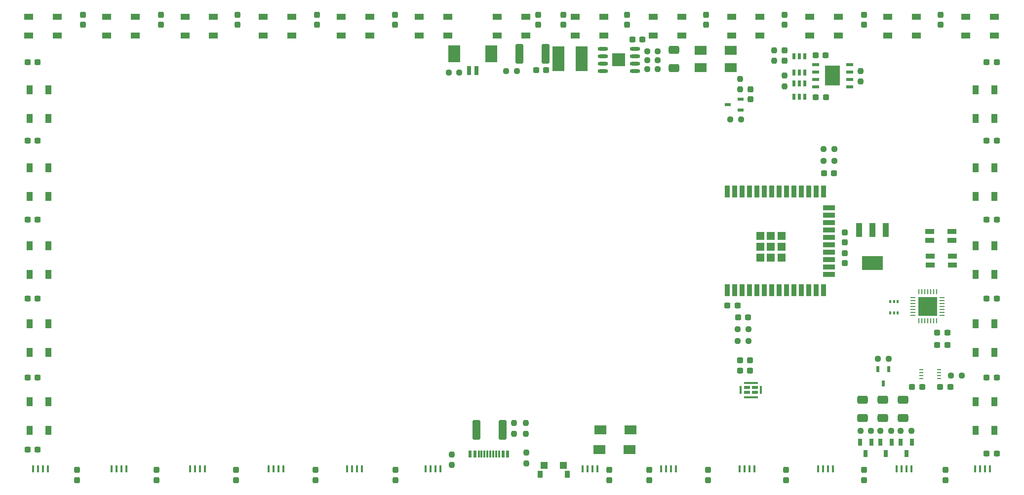
<source format=gbr>
%TF.GenerationSoftware,KiCad,Pcbnew,(6.0.6-0)*%
%TF.CreationDate,2022-08-06T22:16:54+02:00*%
%TF.ProjectId,GlowSignMainPCB,476c6f77-5369-4676-9e4d-61696e504342,rev?*%
%TF.SameCoordinates,Original*%
%TF.FileFunction,Paste,Top*%
%TF.FilePolarity,Positive*%
%FSLAX46Y46*%
G04 Gerber Fmt 4.6, Leading zero omitted, Abs format (unit mm)*
G04 Created by KiCad (PCBNEW (6.0.6-0)) date 2022-08-06 22:16:54*
%MOMM*%
%LPD*%
G01*
G04 APERTURE LIST*
G04 Aperture macros list*
%AMRoundRect*
0 Rectangle with rounded corners*
0 $1 Rounding radius*
0 $2 $3 $4 $5 $6 $7 $8 $9 X,Y pos of 4 corners*
0 Add a 4 corners polygon primitive as box body*
4,1,4,$2,$3,$4,$5,$6,$7,$8,$9,$2,$3,0*
0 Add four circle primitives for the rounded corners*
1,1,$1+$1,$2,$3*
1,1,$1+$1,$4,$5*
1,1,$1+$1,$6,$7*
1,1,$1+$1,$8,$9*
0 Add four rect primitives between the rounded corners*
20,1,$1+$1,$2,$3,$4,$5,0*
20,1,$1+$1,$4,$5,$6,$7,0*
20,1,$1+$1,$6,$7,$8,$9,0*
20,1,$1+$1,$8,$9,$2,$3,0*%
G04 Aperture macros list end*
%ADD10RoundRect,0.237500X-0.237500X0.300000X-0.237500X-0.300000X0.237500X-0.300000X0.237500X0.300000X0*%
%ADD11RoundRect,0.237500X-0.250000X-0.237500X0.250000X-0.237500X0.250000X0.237500X-0.250000X0.237500X0*%
%ADD12RoundRect,0.250000X0.650000X-0.412500X0.650000X0.412500X-0.650000X0.412500X-0.650000X-0.412500X0*%
%ADD13R,0.900000X2.000000*%
%ADD14R,2.000000X0.900000*%
%ADD15R,1.330000X1.330000*%
%ADD16RoundRect,0.237500X0.237500X-0.250000X0.237500X0.250000X-0.237500X0.250000X-0.237500X-0.250000X0*%
%ADD17R,1.500000X1.000000*%
%ADD18RoundRect,0.237500X0.237500X-0.300000X0.237500X0.300000X-0.237500X0.300000X-0.237500X-0.300000X0*%
%ADD19RoundRect,0.237500X-0.300000X-0.237500X0.300000X-0.237500X0.300000X0.237500X-0.300000X0.237500X0*%
%ADD20R,2.046380X1.620015*%
%ADD21RoundRect,0.237500X-0.237500X0.250000X-0.237500X-0.250000X0.237500X-0.250000X0.237500X0.250000X0*%
%ADD22RoundRect,0.250000X-0.400000X-1.450000X0.400000X-1.450000X0.400000X1.450000X-0.400000X1.450000X0*%
%ADD23RoundRect,0.250000X0.400000X1.450000X-0.400000X1.450000X-0.400000X-1.450000X0.400000X-1.450000X0*%
%ADD24R,1.000000X1.500000*%
%ADD25R,0.419990X1.300000*%
%ADD26R,0.900000X1.200000*%
%ADD27R,1.200000X1.300000*%
%ADD28RoundRect,0.237500X0.250000X0.237500X-0.250000X0.237500X-0.250000X-0.237500X0.250000X-0.237500X0*%
%ADD29O,1.800000X0.600000*%
%ADD30R,2.289992X2.289992*%
%ADD31RoundRect,0.237500X0.300000X0.237500X-0.300000X0.237500X-0.300000X-0.237500X0.300000X-0.237500X0*%
%ADD32R,0.600000X1.070003*%
%ADD33R,0.280010X0.900000*%
%ADD34R,0.900000X0.280010*%
%ADD35R,3.300000X3.300000*%
%ADD36R,1.200000X0.600000*%
%ADD37R,2.500000X3.499873*%
%ADD38O,0.750013X0.250013*%
%ADD39R,0.700000X1.250013*%
%ADD40R,0.980010X2.470003*%
%ADD41R,3.600000X2.470003*%
%ADD42R,1.500000X0.900000*%
%ADD43R,0.419990X0.600000*%
%ADD44R,0.600000X1.300000*%
%ADD45R,0.300000X1.300000*%
%ADD46R,0.532004X1.072009*%
%ADD47RoundRect,0.250000X-0.650000X0.412500X-0.650000X-0.412500X0.650000X-0.412500X0.650000X0.412500X0*%
%ADD48R,0.550013X1.000000*%
%ADD49R,1.050013X0.550013*%
%ADD50R,0.450013X1.400000*%
%ADD51R,2.400000X0.450013*%
%ADD52R,1.037490X0.532004*%
%ADD53R,2.124003X4.220015*%
%ADD54R,2.100000X3.000000*%
%ADD55R,0.800000X1.600000*%
G04 APERTURE END LIST*
D10*
%TO.C,C30*%
X155651200Y-60605500D03*
X155651200Y-62330500D03*
%TD*%
D11*
%TO.C,R22*%
X174347500Y-68427600D03*
X176172500Y-68427600D03*
%TD*%
D10*
%TO.C,C24*%
X224688400Y-60605500D03*
X224688400Y-62330500D03*
%TD*%
D12*
%TO.C,C56*%
X211328000Y-129832500D03*
X211328000Y-126707500D03*
%TD*%
D13*
%TO.C,U4*%
X188065900Y-107922500D03*
X189335900Y-107922500D03*
X190605900Y-107922500D03*
X191875900Y-107922500D03*
X193145900Y-107922500D03*
X194415900Y-107922500D03*
X195685900Y-107922500D03*
X196955900Y-107922500D03*
X198225900Y-107922500D03*
X199495900Y-107922500D03*
X200765900Y-107922500D03*
X202035900Y-107922500D03*
X203305900Y-107922500D03*
X204575900Y-107922500D03*
D14*
X205575900Y-105137500D03*
X205575900Y-103867500D03*
X205575900Y-102597500D03*
X205575900Y-101327500D03*
X205575900Y-100057500D03*
X205575900Y-98787500D03*
X205575900Y-97517500D03*
X205575900Y-96247500D03*
X205575900Y-94977500D03*
X205575900Y-93707500D03*
D13*
X204575900Y-90922500D03*
X203305900Y-90922500D03*
X202035900Y-90922500D03*
X200765900Y-90922500D03*
X199495900Y-90922500D03*
X198225900Y-90922500D03*
X196955900Y-90922500D03*
X195685900Y-90922500D03*
X194415900Y-90922500D03*
X193145900Y-90922500D03*
X191875900Y-90922500D03*
X190605900Y-90922500D03*
X189335900Y-90922500D03*
X188065900Y-90922500D03*
D15*
X193730900Y-102257500D03*
X195565900Y-100422500D03*
X193730900Y-98587500D03*
X197400900Y-102257500D03*
X197400900Y-98587500D03*
X197400900Y-100422500D03*
X195565900Y-102257500D03*
X193730900Y-100422500D03*
X195565900Y-98587500D03*
%TD*%
D16*
%TO.C,R14*%
X210989106Y-72077101D03*
X210989106Y-70252101D03*
%TD*%
D17*
%TO.C,D17*%
X108482750Y-60961100D03*
X108482750Y-64161100D03*
X113382750Y-64161100D03*
X113382750Y-60961100D03*
%TD*%
%TO.C,D11*%
X188819450Y-60961100D03*
X188819450Y-64161100D03*
X193719450Y-64161100D03*
X193719450Y-60961100D03*
%TD*%
D18*
%TO.C,C47*%
X167894000Y-140460900D03*
X167894000Y-138735900D03*
%TD*%
D19*
%TO.C,C54*%
X224622720Y-124496537D03*
X226347720Y-124496537D03*
%TD*%
D20*
%TO.C,U6*%
X188696631Y-69697600D03*
X183565820Y-69697600D03*
%TD*%
D10*
%TO.C,C25*%
X211531200Y-60605500D03*
X211531200Y-62330500D03*
%TD*%
D21*
%TO.C,R16*%
X190334213Y-71629900D03*
X190334213Y-73454900D03*
%TD*%
D22*
%TO.C,F2*%
X152461000Y-67362700D03*
X156911000Y-67362700D03*
%TD*%
D17*
%TO.C,D14*%
X148651100Y-60961100D03*
X148651100Y-64161100D03*
X153551100Y-64161100D03*
X153551100Y-60961100D03*
%TD*%
D11*
%TO.C,R19*%
X213920700Y-119684800D03*
X215745700Y-119684800D03*
%TD*%
D17*
%TO.C,D8*%
X228987800Y-60961100D03*
X228987800Y-64161100D03*
X233887800Y-64161100D03*
X233887800Y-60961100D03*
%TD*%
D23*
%TO.C,F1*%
X149545000Y-131876800D03*
X145095000Y-131876800D03*
%TD*%
D24*
%TO.C,D3*%
X233910800Y-127056100D03*
X230710800Y-127056100D03*
X230710800Y-131956100D03*
X233910800Y-131956100D03*
%TD*%
D25*
%TO.C,D28*%
X95956244Y-138494400D03*
X96806130Y-138494400D03*
X97656270Y-138494400D03*
X98506156Y-138494400D03*
%TD*%
D26*
%TO.C,SW3*%
X160643575Y-139475768D03*
X156043625Y-139475768D03*
D27*
X160018479Y-137925857D03*
X156668467Y-137925857D03*
%TD*%
D17*
%TO.C,D18*%
X95093300Y-60961100D03*
X95093300Y-64161100D03*
X99993300Y-64161100D03*
X99993300Y-60961100D03*
%TD*%
D21*
%TO.C,R2*%
X140817600Y-136044300D03*
X140817600Y-137869300D03*
%TD*%
D28*
%TO.C,R20*%
X216202900Y-131978400D03*
X214377900Y-131978400D03*
%TD*%
D29*
%TO.C,U5*%
X166737437Y-66443202D03*
X166737437Y-67713205D03*
X166737437Y-68983207D03*
X166737437Y-70253210D03*
X172282269Y-70253210D03*
X172282269Y-68983207D03*
X172282269Y-67713205D03*
X172282269Y-66443202D03*
D30*
X169509853Y-68348206D03*
%TD*%
D19*
%TO.C,C41*%
X68122800Y-135229600D03*
X69847800Y-135229600D03*
%TD*%
D10*
%TO.C,C7*%
X208280000Y-101499500D03*
X208280000Y-103224500D03*
%TD*%
D17*
%TO.C,D20*%
X68314400Y-60961100D03*
X68314400Y-64161100D03*
X73214400Y-64161100D03*
X73214400Y-60961100D03*
%TD*%
D28*
%TO.C,R18*%
X219657300Y-131978400D03*
X217832300Y-131978400D03*
%TD*%
D19*
%TO.C,C37*%
X68122800Y-82270600D03*
X69847800Y-82270600D03*
%TD*%
D31*
%TO.C,C12*%
X157021700Y-70104000D03*
X155296700Y-70104000D03*
%TD*%
D17*
%TO.C,D12*%
X175430000Y-60961100D03*
X175430000Y-64161100D03*
X180330000Y-64161100D03*
X180330000Y-60961100D03*
%TD*%
D11*
%TO.C,R17*%
X174345600Y-66903600D03*
X176170600Y-66903600D03*
%TD*%
D32*
%TO.C,U12*%
X215783162Y-121446923D03*
X213883238Y-121446923D03*
X214833200Y-123917077D03*
%TD*%
D33*
%TO.C,U7*%
X220951930Y-113170479D03*
X221452311Y-113170479D03*
X221952692Y-113170479D03*
X222453073Y-113170479D03*
X222953454Y-113170479D03*
X223453835Y-113170479D03*
X223954216Y-113170479D03*
D34*
X224953200Y-112171749D03*
X224953200Y-111671368D03*
X224953200Y-111170987D03*
X224953200Y-110670606D03*
X224953200Y-110170225D03*
X224953200Y-109669844D03*
X224953200Y-109169463D03*
D33*
X223954216Y-108170479D03*
X223453835Y-108170479D03*
X222953454Y-108170479D03*
X222453073Y-108170479D03*
X221952692Y-108170479D03*
X221452311Y-108170479D03*
X220951930Y-108170479D03*
D34*
X219953200Y-109169463D03*
X219953200Y-109669844D03*
X219953200Y-110170225D03*
X219953200Y-110670606D03*
X219953200Y-111170987D03*
X219953200Y-111671368D03*
X219953200Y-112171749D03*
D35*
X222453073Y-110670606D03*
%TD*%
D17*
%TO.C,D10*%
X202208900Y-60961100D03*
X202208900Y-64161100D03*
X207108900Y-64161100D03*
X207108900Y-60961100D03*
%TD*%
D24*
%TO.C,D5*%
X233910800Y-100278100D03*
X230710800Y-100278100D03*
X230710800Y-105178100D03*
X233910800Y-105178100D03*
%TD*%
D10*
%TO.C,C31*%
X131114800Y-60605500D03*
X131114800Y-62330500D03*
%TD*%
D11*
%TO.C,R12*%
X188608913Y-78587600D03*
X190433913Y-78587600D03*
%TD*%
D19*
%TO.C,C39*%
X68122800Y-109347000D03*
X69847800Y-109347000D03*
%TD*%
D18*
%TO.C,C46*%
X131166700Y-140460900D03*
X131166700Y-138735900D03*
%TD*%
D36*
%TO.C,U10*%
X209067412Y-72999605D03*
X209067412Y-71729602D03*
X209067412Y-70459600D03*
X209067412Y-69189597D03*
X203250800Y-69189597D03*
X203250800Y-70459600D03*
X203250800Y-71729602D03*
X203250800Y-72999605D03*
D37*
X206159106Y-71094601D03*
%TD*%
D38*
%TO.C,U3*%
X224434400Y-123021600D03*
X224434400Y-122521473D03*
X224434400Y-122021600D03*
X224434400Y-121521473D03*
X221334578Y-121521473D03*
X221334578Y-122021600D03*
X221334578Y-122521473D03*
X221334578Y-123021600D03*
%TD*%
D24*
%TO.C,D24*%
X68464400Y-118567100D03*
X71664400Y-118567100D03*
X71664400Y-113667100D03*
X68464400Y-113667100D03*
%TD*%
D19*
%TO.C,C36*%
X68122800Y-68732400D03*
X69847800Y-68732400D03*
%TD*%
D10*
%TO.C,C26*%
X197916800Y-60605500D03*
X197916800Y-62330500D03*
%TD*%
D25*
%TO.C,D34*%
X190190244Y-138494400D03*
X191040130Y-138494400D03*
X191890270Y-138494400D03*
X192740156Y-138494400D03*
%TD*%
%TO.C,D26*%
X69032244Y-138494400D03*
X69882130Y-138494400D03*
X70732270Y-138494400D03*
X71582156Y-138494400D03*
%TD*%
D18*
%TO.C,C48*%
X174701200Y-140460900D03*
X174701200Y-138735900D03*
%TD*%
D25*
%TO.C,D32*%
X163266244Y-138494400D03*
X164116130Y-138494400D03*
X164966270Y-138494400D03*
X165816156Y-138494400D03*
%TD*%
D39*
%TO.C,U16*%
X212785962Y-133924800D03*
X210886038Y-133924800D03*
X211836000Y-135924800D03*
%TD*%
D20*
%TO.C,U15*%
X188696631Y-66700425D03*
X183565820Y-66700425D03*
%TD*%
D40*
%TO.C,U18*%
X215304375Y-97564850D03*
X213004400Y-97564850D03*
X210704425Y-97564850D03*
D41*
X213004400Y-103234650D03*
%TD*%
D16*
%TO.C,R11*%
X151545405Y-132484500D03*
X151545405Y-130659500D03*
%TD*%
D18*
%TO.C,C44*%
X103861150Y-140460900D03*
X103861150Y-138735900D03*
%TD*%
D24*
%TO.C,D23*%
X68464400Y-105178100D03*
X71664400Y-105178100D03*
X71664400Y-100278100D03*
X68464400Y-100278100D03*
%TD*%
D12*
%TO.C,C3*%
X218236800Y-129832500D03*
X218236800Y-126707500D03*
%TD*%
D17*
%TO.C,D15*%
X135261650Y-60961100D03*
X135261650Y-64161100D03*
X140161650Y-64161100D03*
X140161650Y-60961100D03*
%TD*%
D19*
%TO.C,C38*%
X68122800Y-95808800D03*
X69847800Y-95808800D03*
%TD*%
%TO.C,C40*%
X68122800Y-122885200D03*
X69847800Y-122885200D03*
%TD*%
D25*
%TO.C,D37*%
X230576244Y-138494400D03*
X231426130Y-138494400D03*
X232276270Y-138494400D03*
X233126156Y-138494400D03*
%TD*%
D42*
%TO.C,SW1*%
X222839276Y-97801936D03*
X226639124Y-97801936D03*
X226639124Y-99302064D03*
X222839276Y-99302064D03*
%TD*%
D28*
%TO.C,R8*%
X151991700Y-70307200D03*
X150166700Y-70307200D03*
%TD*%
D25*
%TO.C,D33*%
X176728244Y-138494400D03*
X177578130Y-138494400D03*
X178428270Y-138494400D03*
X179278156Y-138494400D03*
%TD*%
D24*
%TO.C,D4*%
X233910800Y-113667100D03*
X230710800Y-113667100D03*
X230710800Y-118567100D03*
X233910800Y-118567100D03*
%TD*%
D31*
%TO.C,C19*%
X234288500Y-122885200D03*
X232563500Y-122885200D03*
%TD*%
D10*
%TO.C,C32*%
X117703600Y-60605500D03*
X117703600Y-62330500D03*
%TD*%
D19*
%TO.C,C14*%
X203226606Y-67594601D03*
X204951606Y-67594601D03*
%TD*%
D17*
%TO.C,D19*%
X81703850Y-60961100D03*
X81703850Y-64161100D03*
X86603850Y-64161100D03*
X86603850Y-60961100D03*
%TD*%
D10*
%TO.C,C34*%
X90982800Y-60605500D03*
X90982800Y-62330500D03*
%TD*%
D20*
%TO.C,U17*%
X171475431Y-131876825D03*
X166344620Y-131876825D03*
%TD*%
D28*
%TO.C,R9*%
X142136500Y-70510400D03*
X140311500Y-70510400D03*
%TD*%
D18*
%TO.C,C49*%
X184823100Y-140460900D03*
X184823100Y-138735900D03*
%TD*%
D17*
%TO.C,D16*%
X121872200Y-60961100D03*
X121872200Y-64161100D03*
X126772200Y-64161100D03*
X126772200Y-60961100D03*
%TD*%
D31*
%TO.C,C53*%
X192022900Y-119938800D03*
X190297900Y-119938800D03*
%TD*%
D25*
%TO.C,D29*%
X109418244Y-138494400D03*
X110268130Y-138494400D03*
X111118270Y-138494400D03*
X111968156Y-138494400D03*
%TD*%
D43*
%TO.C,U8*%
X216043010Y-111749633D03*
X216692997Y-111749633D03*
X217342984Y-111749633D03*
X217342984Y-109849709D03*
X216692997Y-109849709D03*
X216043010Y-109849709D03*
%TD*%
D44*
%TO.C,USB1*%
X144018502Y-135954884D03*
X144818349Y-135954884D03*
D45*
X145968464Y-135954884D03*
X146968464Y-135954884D03*
X147468336Y-135954884D03*
X148468336Y-135954884D03*
D44*
X150418298Y-135954884D03*
X149618451Y-135954884D03*
D45*
X148968464Y-135954884D03*
X147968464Y-135954884D03*
X146468336Y-135954884D03*
X145468336Y-135954884D03*
%TD*%
D25*
%TO.C,D36*%
X217114244Y-138494400D03*
X217964130Y-138494400D03*
X218814270Y-138494400D03*
X219664156Y-138494400D03*
%TD*%
D10*
%TO.C,C15*%
X197878706Y-66767501D03*
X197878706Y-68492501D03*
%TD*%
D19*
%TO.C,C16*%
X171806700Y-64871600D03*
X173531700Y-64871600D03*
%TD*%
D17*
%TO.C,D9*%
X215598350Y-60961100D03*
X215598350Y-64161100D03*
X220498350Y-64161100D03*
X220498350Y-60961100D03*
%TD*%
D24*
%TO.C,D7*%
X233910800Y-73500100D03*
X230710800Y-73500100D03*
X230710800Y-78400100D03*
X233910800Y-78400100D03*
%TD*%
D18*
%TO.C,C42*%
X76555600Y-140460900D03*
X76555600Y-138735900D03*
%TD*%
D11*
%TO.C,R1*%
X226452320Y-122515337D03*
X228277320Y-122515337D03*
%TD*%
D31*
%TO.C,C22*%
X234288500Y-82270600D03*
X232563500Y-82270600D03*
%TD*%
D21*
%TO.C,R3*%
X153670000Y-135739500D03*
X153670000Y-137564500D03*
%TD*%
D31*
%TO.C,C20*%
X234288500Y-109347000D03*
X232563500Y-109347000D03*
%TD*%
D10*
%TO.C,C29*%
X159969200Y-60605500D03*
X159969200Y-62330500D03*
%TD*%
D24*
%TO.C,D25*%
X68464400Y-131956100D03*
X71664400Y-131956100D03*
X71664400Y-127056100D03*
X68464400Y-127056100D03*
%TD*%
%TO.C,D22*%
X68464400Y-91789100D03*
X71664400Y-91789100D03*
X71664400Y-86889100D03*
X68464400Y-86889100D03*
%TD*%
D39*
%TO.C,U14*%
X216265762Y-133924800D03*
X214365838Y-133924800D03*
X215315800Y-135924800D03*
%TD*%
D25*
%TO.C,D35*%
X203652244Y-138494400D03*
X204502130Y-138494400D03*
X205352270Y-138494400D03*
X206202156Y-138494400D03*
%TD*%
D20*
%TO.C,U2*%
X171323031Y-135229625D03*
X166192220Y-135229625D03*
%TD*%
D24*
%TO.C,D6*%
X233910800Y-86889100D03*
X230710800Y-86889100D03*
X230710800Y-91789100D03*
X233910800Y-91789100D03*
%TD*%
D10*
%TO.C,C28*%
X170942000Y-60605500D03*
X170942000Y-62330500D03*
%TD*%
D46*
%TO.C,U11*%
X201399468Y-72405103D03*
X200449506Y-72405103D03*
X199499544Y-72405103D03*
X199499544Y-74703299D03*
X200449506Y-74703299D03*
X201399468Y-74703299D03*
%TD*%
D31*
%TO.C,C11*%
X204993606Y-74822201D03*
X203268606Y-74822201D03*
%TD*%
D28*
%TO.C,R6*%
X191729550Y-114554000D03*
X189904550Y-114554000D03*
%TD*%
D10*
%TO.C,C27*%
X184454800Y-60605500D03*
X184454800Y-62330500D03*
%TD*%
D18*
%TO.C,C45*%
X117513925Y-140460900D03*
X117513925Y-138735900D03*
%TD*%
D31*
%TO.C,C4*%
X225835497Y-117250530D03*
X224110497Y-117250530D03*
%TD*%
D47*
%TO.C,C17*%
X178968400Y-66661900D03*
X178968400Y-69786900D03*
%TD*%
D21*
%TO.C,R10*%
X153568400Y-130659500D03*
X153568400Y-132484500D03*
%TD*%
D28*
%TO.C,R21*%
X212748500Y-131978400D03*
X210923500Y-131978400D03*
%TD*%
D18*
%TO.C,C52*%
X225501200Y-140460900D03*
X225501200Y-138735900D03*
%TD*%
D31*
%TO.C,C2*%
X221523620Y-124445737D03*
X219798620Y-124445737D03*
%TD*%
D10*
%TO.C,C33*%
X104089200Y-60605500D03*
X104089200Y-62330500D03*
%TD*%
D48*
%TO.C,U9*%
X201419366Y-67764150D03*
X200469404Y-67764150D03*
X199519442Y-67764150D03*
X199519442Y-70564252D03*
X200469404Y-70564252D03*
X201419366Y-70564252D03*
%TD*%
D49*
%TO.C,U20*%
X191450517Y-125453255D03*
X192800784Y-125453255D03*
X192800784Y-124603369D03*
X191450517Y-124603369D03*
D50*
X190400733Y-125028312D03*
D51*
X192125651Y-126253357D03*
D50*
X193850568Y-125028312D03*
D51*
X192125651Y-123803268D03*
%TD*%
D39*
%TO.C,U13*%
X219745562Y-133924800D03*
X217845638Y-133924800D03*
X218795600Y-135924800D03*
%TD*%
D31*
%TO.C,C8*%
X191679550Y-112534000D03*
X189954550Y-112534000D03*
%TD*%
D10*
%TO.C,C35*%
X77571600Y-60605500D03*
X77571600Y-62330500D03*
%TD*%
D25*
%TO.C,D27*%
X82494244Y-138494400D03*
X83344130Y-138494400D03*
X84194270Y-138494400D03*
X85044156Y-138494400D03*
%TD*%
D52*
%TO.C,U1*%
X190419559Y-76997562D03*
X190419559Y-75097638D03*
X188216867Y-76047600D03*
%TD*%
D17*
%TO.C,D13*%
X162040550Y-60961100D03*
X162040550Y-64161100D03*
X166940550Y-64161100D03*
X166940550Y-60961100D03*
%TD*%
D24*
%TO.C,D21*%
X68464400Y-78400100D03*
X71664400Y-78400100D03*
X71664400Y-73500100D03*
X68464400Y-73500100D03*
%TD*%
D19*
%TO.C,C6*%
X224110497Y-115150530D03*
X225835497Y-115150530D03*
%TD*%
%TO.C,C1*%
X188108550Y-110510400D03*
X189833550Y-110510400D03*
%TD*%
D25*
%TO.C,D30*%
X122880244Y-138494400D03*
X123730130Y-138494400D03*
X124580270Y-138494400D03*
X125430156Y-138494400D03*
%TD*%
D21*
%TO.C,R13*%
X197878706Y-71086301D03*
X197878706Y-72911301D03*
%TD*%
D18*
%TO.C,C50*%
X198196200Y-140460900D03*
X198196200Y-138735900D03*
%TD*%
D25*
%TO.C,D31*%
X136342244Y-138494400D03*
X137192130Y-138494400D03*
X138042270Y-138494400D03*
X138892156Y-138494400D03*
%TD*%
D31*
%TO.C,C18*%
X234288500Y-135890000D03*
X232563500Y-135890000D03*
%TD*%
D21*
%TO.C,R15*%
X196163850Y-66727701D03*
X196163850Y-68552701D03*
%TD*%
D11*
%TO.C,R7*%
X204624300Y-85742400D03*
X206449300Y-85742400D03*
%TD*%
D31*
%TO.C,C10*%
X192022900Y-121718800D03*
X190297900Y-121718800D03*
%TD*%
D28*
%TO.C,R5*%
X206449300Y-83652400D03*
X204624300Y-83652400D03*
%TD*%
D10*
%TO.C,C13*%
X192061413Y-73407100D03*
X192061413Y-75132100D03*
%TD*%
D19*
%TO.C,C9*%
X204674300Y-87782400D03*
X206399300Y-87782400D03*
%TD*%
D53*
%TO.C,L1*%
X159137600Y-68173600D03*
X163137600Y-68173600D03*
%TD*%
D28*
%TO.C,R4*%
X191729550Y-116574000D03*
X189904550Y-116574000D03*
%TD*%
D18*
%TO.C,C5*%
X208280000Y-99668500D03*
X208280000Y-97943500D03*
%TD*%
D12*
%TO.C,C55*%
X214782400Y-129832500D03*
X214782400Y-126707500D03*
%TD*%
D18*
%TO.C,C51*%
X211569300Y-140460900D03*
X211569300Y-138735900D03*
%TD*%
D54*
%TO.C,U26*%
X141300194Y-67342191D03*
X147650206Y-67342191D03*
D55*
X145100295Y-70242115D03*
X143850105Y-70242115D03*
%TD*%
D42*
%TO.C,SW2*%
X222890076Y-103569264D03*
X226689924Y-103569264D03*
X222890076Y-102069136D03*
X226689924Y-102069136D03*
%TD*%
D28*
%TO.C,R23*%
X176170600Y-69953500D03*
X174345600Y-69953500D03*
%TD*%
D18*
%TO.C,C43*%
X90208375Y-140460900D03*
X90208375Y-138735900D03*
%TD*%
D31*
%TO.C,C23*%
X234288500Y-68732400D03*
X232563500Y-68732400D03*
%TD*%
%TO.C,C21*%
X234288500Y-95808800D03*
X232563500Y-95808800D03*
%TD*%
M02*

</source>
